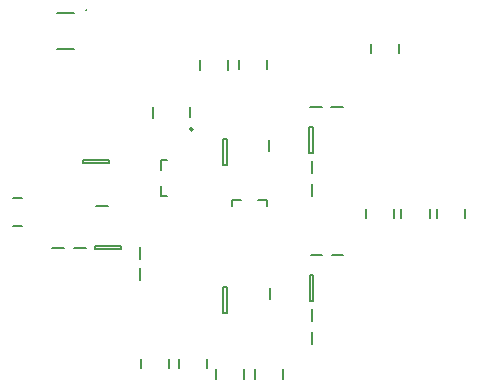
<source format=gbo>
G04*
G04 #@! TF.GenerationSoftware,Altium Limited,Altium Designer,20.0.13 (296)*
G04*
G04 Layer_Color=32896*
%FSLAX25Y25*%
%MOIN*%
G70*
G01*
G75*
%ADD10C,0.00600*%
%ADD11C,0.00787*%
%ADD12C,0.00591*%
D10*
X-11900Y6500D02*
G03*
X-11900Y6500I-600J0D01*
G01*
D11*
X3276Y26610D02*
Y29760D01*
X12724Y26610D02*
Y29760D01*
X78724Y-23075D02*
Y-19925D01*
X69276Y-23075D02*
Y-19925D01*
X-29224Y-73075D02*
Y-69925D01*
X-19776Y-73075D02*
Y-69925D01*
X-16724Y-73075D02*
Y-69925D01*
X-7276Y-73075D02*
Y-69925D01*
X-4224Y-76575D02*
Y-73425D01*
X5224Y-76575D02*
Y-73425D01*
X8776Y-76575D02*
Y-73425D01*
X18224Y-76575D02*
Y-73425D01*
X55224Y-23075D02*
Y-19925D01*
X45776Y-23075D02*
Y-19925D01*
X66974Y-23075D02*
Y-19925D01*
X57526Y-23075D02*
Y-19925D01*
X-72075Y-16276D02*
X-68925D01*
X-72075Y-25724D02*
X-68925D01*
X-9724Y26425D02*
Y29575D01*
X-276Y26425D02*
Y29575D01*
X47276Y31925D02*
Y35075D01*
X56724Y31925D02*
Y35075D01*
X12846Y-19088D02*
Y-17120D01*
X9696D02*
X12846D01*
X1035Y-19088D02*
Y-17120D01*
X4184D01*
X-22480Y-3854D02*
X-20512D01*
X-22480Y-7004D02*
Y-3854D01*
Y-15665D02*
X-20512D01*
X-22480D02*
Y-12516D01*
X26853Y-1360D02*
Y7302D01*
X28035Y-1360D02*
Y7302D01*
X26853Y-1360D02*
X28035D01*
X26853Y7302D02*
X28035D01*
X-1857Y-5320D02*
Y3341D01*
X-676Y-5320D02*
Y3341D01*
X-1857Y-5320D02*
X-676D01*
X-1857Y3341D02*
X-676D01*
X26909Y-50726D02*
Y-42065D01*
X28090Y-50726D02*
Y-42065D01*
X26909Y-50726D02*
X28090D01*
X26909Y-42065D02*
X28090D01*
X-1802Y-54687D02*
Y-46025D01*
X-621Y-54687D02*
Y-46025D01*
X-1802Y-54687D02*
X-621D01*
X-1802Y-46025D02*
X-621D01*
X-36065Y-33535D02*
Y-32353D01*
X-44726Y-33535D02*
Y-32353D01*
Y-33535D02*
X-36065D01*
X-44726Y-32353D02*
X-36065D01*
X-40025Y-4824D02*
Y-3642D01*
X-48687Y-4824D02*
Y-3642D01*
Y-4824D02*
X-40025D01*
X-48687Y-3642D02*
X-40025D01*
X-12898Y10500D02*
Y13969D01*
X-25102Y10130D02*
Y13969D01*
X-57156Y33300D02*
X-51644D01*
X-57156Y45304D02*
X-51644D01*
D12*
X-47478Y46175D02*
G03*
X-47478Y46175I-197J0D01*
G01*
X34220Y13866D02*
X38157D01*
X27689Y-8102D02*
Y-4165D01*
X27220Y13866D02*
X31157D01*
X13533Y-858D02*
Y3079D01*
X27689Y-15602D02*
Y-11665D01*
X34276Y-35500D02*
X38213D01*
X27744Y-57468D02*
Y-53531D01*
X27276Y-35500D02*
X31213D01*
X13588Y-50224D02*
Y-46287D01*
X27744Y-64969D02*
Y-61032D01*
X-29500Y-43657D02*
Y-39720D01*
X-51468Y-33189D02*
X-47532D01*
X-29500Y-36658D02*
Y-32721D01*
X-44224Y-19033D02*
X-40287D01*
X-58969Y-33189D02*
X-55032D01*
M02*

</source>
